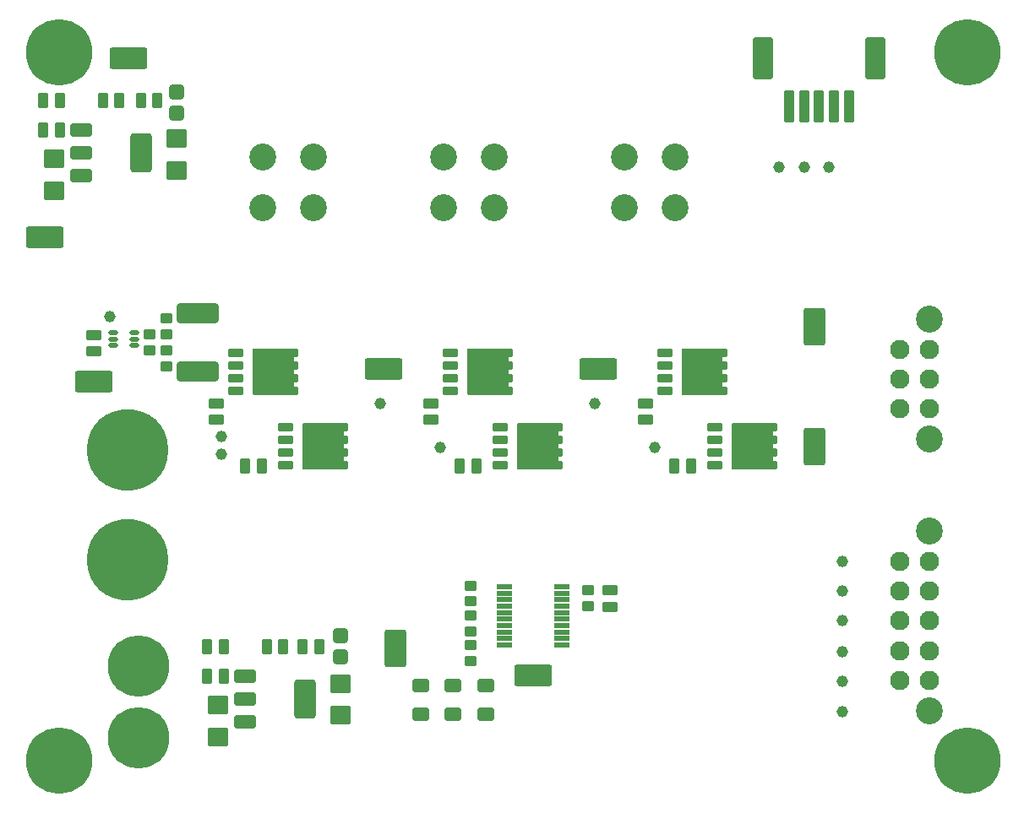
<source format=gts>
G04*
G04 #@! TF.GenerationSoftware,Altium Limited,Altium Designer,23.3.1 (30)*
G04*
G04 Layer_Color=8388736*
%FSLAX25Y25*%
%MOIN*%
G70*
G04*
G04 #@! TF.SameCoordinates,6A428117-56C8-45C2-912A-06D29EFC6305*
G04*
G04*
G04 #@! TF.FilePolarity,Negative*
G04*
G01*
G75*
G04:AMPARAMS|DCode=37|XSize=53.15mil|YSize=64.96mil|CornerRadius=6.5mil|HoleSize=0mil|Usage=FLASHONLY|Rotation=270.000|XOffset=0mil|YOffset=0mil|HoleType=Round|Shape=RoundedRectangle|*
%AMROUNDEDRECTD37*
21,1,0.05315,0.05197,0,0,270.0*
21,1,0.04016,0.06496,0,0,270.0*
1,1,0.01299,-0.02598,-0.02008*
1,1,0.01299,-0.02598,0.02008*
1,1,0.01299,0.02598,0.02008*
1,1,0.01299,0.02598,-0.02008*
%
%ADD37ROUNDEDRECTD37*%
G04:AMPARAMS|DCode=38|XSize=49.21mil|YSize=41.34mil|CornerRadius=5.61mil|HoleSize=0mil|Usage=FLASHONLY|Rotation=180.000|XOffset=0mil|YOffset=0mil|HoleType=Round|Shape=RoundedRectangle|*
%AMROUNDEDRECTD38*
21,1,0.04921,0.03012,0,0,180.0*
21,1,0.03799,0.04134,0,0,180.0*
1,1,0.01122,-0.01900,0.01506*
1,1,0.01122,0.01900,0.01506*
1,1,0.01122,0.01900,-0.01506*
1,1,0.01122,-0.01900,-0.01506*
%
%ADD38ROUNDEDRECTD38*%
G04:AMPARAMS|DCode=39|XSize=49.21mil|YSize=41.34mil|CornerRadius=6.5mil|HoleSize=0mil|Usage=FLASHONLY|Rotation=0.000|XOffset=0mil|YOffset=0mil|HoleType=Round|Shape=RoundedRectangle|*
%AMROUNDEDRECTD39*
21,1,0.04921,0.02835,0,0,0.0*
21,1,0.03622,0.04134,0,0,0.0*
1,1,0.01299,0.01811,-0.01417*
1,1,0.01299,-0.01811,-0.01417*
1,1,0.01299,-0.01811,0.01417*
1,1,0.01299,0.01811,0.01417*
%
%ADD39ROUNDEDRECTD39*%
G04:AMPARAMS|DCode=40|XSize=76.77mil|YSize=163.39mil|CornerRadius=10.04mil|HoleSize=0mil|Usage=FLASHONLY|Rotation=270.000|XOffset=0mil|YOffset=0mil|HoleType=Round|Shape=RoundedRectangle|*
%AMROUNDEDRECTD40*
21,1,0.07677,0.14331,0,0,270.0*
21,1,0.05669,0.16339,0,0,270.0*
1,1,0.02008,-0.07165,-0.02835*
1,1,0.02008,-0.07165,0.02835*
1,1,0.02008,0.07165,0.02835*
1,1,0.02008,0.07165,-0.02835*
%
%ADD40ROUNDEDRECTD40*%
G04:AMPARAMS|DCode=41|XSize=147.64mil|YSize=84.65mil|CornerRadius=8.86mil|HoleSize=0mil|Usage=FLASHONLY|Rotation=180.000|XOffset=0mil|YOffset=0mil|HoleType=Round|Shape=RoundedRectangle|*
%AMROUNDEDRECTD41*
21,1,0.14764,0.06693,0,0,180.0*
21,1,0.12992,0.08465,0,0,180.0*
1,1,0.01772,-0.06496,0.03347*
1,1,0.01772,0.06496,0.03347*
1,1,0.01772,0.06496,-0.03347*
1,1,0.01772,-0.06496,-0.03347*
%
%ADD41ROUNDEDRECTD41*%
%ADD42C,0.04528*%
G04:AMPARAMS|DCode=43|XSize=53.15mil|YSize=84.65mil|CornerRadius=8.86mil|HoleSize=0mil|Usage=FLASHONLY|Rotation=90.000|XOffset=0mil|YOffset=0mil|HoleType=Round|Shape=RoundedRectangle|*
%AMROUNDEDRECTD43*
21,1,0.05315,0.06693,0,0,90.0*
21,1,0.03543,0.08465,0,0,90.0*
1,1,0.01772,0.03347,0.01772*
1,1,0.01772,0.03347,-0.01772*
1,1,0.01772,-0.03347,-0.01772*
1,1,0.01772,-0.03347,0.01772*
%
%ADD43ROUNDEDRECTD43*%
G04:AMPARAMS|DCode=44|XSize=155.51mil|YSize=84.65mil|CornerRadius=12.8mil|HoleSize=0mil|Usage=FLASHONLY|Rotation=90.000|XOffset=0mil|YOffset=0mil|HoleType=Round|Shape=RoundedRectangle|*
%AMROUNDEDRECTD44*
21,1,0.15551,0.05906,0,0,90.0*
21,1,0.12992,0.08465,0,0,90.0*
1,1,0.02559,0.02953,0.06496*
1,1,0.02559,0.02953,-0.06496*
1,1,0.02559,-0.02953,-0.06496*
1,1,0.02559,-0.02953,0.06496*
%
%ADD44ROUNDEDRECTD44*%
G04:AMPARAMS|DCode=45|XSize=37.4mil|YSize=17.72mil|CornerRadius=5.41mil|HoleSize=0mil|Usage=FLASHONLY|Rotation=0.000|XOffset=0mil|YOffset=0mil|HoleType=Round|Shape=RoundedRectangle|*
%AMROUNDEDRECTD45*
21,1,0.03740,0.00689,0,0,0.0*
21,1,0.02657,0.01772,0,0,0.0*
1,1,0.01083,0.01329,-0.00345*
1,1,0.01083,-0.01329,-0.00345*
1,1,0.01083,-0.01329,0.00345*
1,1,0.01083,0.01329,0.00345*
%
%ADD45ROUNDEDRECTD45*%
G04:AMPARAMS|DCode=46|XSize=33.86mil|YSize=29.13mil|CornerRadius=5.86mil|HoleSize=0mil|Usage=FLASHONLY|Rotation=90.000|XOffset=0mil|YOffset=0mil|HoleType=Round|Shape=RoundedRectangle|*
%AMROUNDEDRECTD46*
21,1,0.03386,0.01742,0,0,90.0*
21,1,0.02215,0.02913,0,0,90.0*
1,1,0.01171,0.00871,0.01107*
1,1,0.01171,0.00871,-0.01107*
1,1,0.01171,-0.00871,-0.01107*
1,1,0.01171,-0.00871,0.01107*
%
%ADD46ROUNDEDRECTD46*%
G04:AMPARAMS|DCode=47|XSize=33.86mil|YSize=59.92mil|CornerRadius=6.45mil|HoleSize=0mil|Usage=FLASHONLY|Rotation=270.000|XOffset=0mil|YOffset=0mil|HoleType=Round|Shape=RoundedRectangle|*
%AMROUNDEDRECTD47*
21,1,0.03386,0.04703,0,0,270.0*
21,1,0.02097,0.05992,0,0,270.0*
1,1,0.01289,-0.02351,-0.01048*
1,1,0.01289,-0.02351,0.01048*
1,1,0.01289,0.02351,0.01048*
1,1,0.01289,0.02351,-0.01048*
%
%ADD47ROUNDEDRECTD47*%
G04:AMPARAMS|DCode=48|XSize=147.64mil|YSize=84.65mil|CornerRadius=8.86mil|HoleSize=0mil|Usage=FLASHONLY|Rotation=90.000|XOffset=0mil|YOffset=0mil|HoleType=Round|Shape=RoundedRectangle|*
%AMROUNDEDRECTD48*
21,1,0.14764,0.06693,0,0,90.0*
21,1,0.12992,0.08465,0,0,90.0*
1,1,0.01772,0.03347,0.06496*
1,1,0.01772,0.03347,-0.06496*
1,1,0.01772,-0.03347,-0.06496*
1,1,0.01772,-0.03347,0.06496*
%
%ADD48ROUNDEDRECTD48*%
G04:AMPARAMS|DCode=49|XSize=61.02mil|YSize=41.34mil|CornerRadius=5.61mil|HoleSize=0mil|Usage=FLASHONLY|Rotation=180.000|XOffset=0mil|YOffset=0mil|HoleType=Round|Shape=RoundedRectangle|*
%AMROUNDEDRECTD49*
21,1,0.06102,0.03012,0,0,180.0*
21,1,0.04980,0.04134,0,0,180.0*
1,1,0.01122,-0.02490,0.01506*
1,1,0.01122,0.02490,0.01506*
1,1,0.01122,0.02490,-0.01506*
1,1,0.01122,-0.02490,-0.01506*
%
%ADD49ROUNDEDRECTD49*%
G04:AMPARAMS|DCode=50|XSize=61.02mil|YSize=41.34mil|CornerRadius=5.61mil|HoleSize=0mil|Usage=FLASHONLY|Rotation=270.000|XOffset=0mil|YOffset=0mil|HoleType=Round|Shape=RoundedRectangle|*
%AMROUNDEDRECTD50*
21,1,0.06102,0.03012,0,0,270.0*
21,1,0.04980,0.04134,0,0,270.0*
1,1,0.01122,-0.01506,-0.02490*
1,1,0.01122,-0.01506,0.02490*
1,1,0.01122,0.01506,0.02490*
1,1,0.01122,0.01506,-0.02490*
%
%ADD50ROUNDEDRECTD50*%
G04:AMPARAMS|DCode=51|XSize=57.09mil|YSize=57.09mil|CornerRadius=8.07mil|HoleSize=0mil|Usage=FLASHONLY|Rotation=270.000|XOffset=0mil|YOffset=0mil|HoleType=Round|Shape=RoundedRectangle|*
%AMROUNDEDRECTD51*
21,1,0.05709,0.04095,0,0,270.0*
21,1,0.04095,0.05709,0,0,270.0*
1,1,0.01614,-0.02047,-0.02047*
1,1,0.01614,-0.02047,0.02047*
1,1,0.01614,0.02047,0.02047*
1,1,0.01614,0.02047,-0.02047*
%
%ADD51ROUNDEDRECTD51*%
G04:AMPARAMS|DCode=52|XSize=80.71mil|YSize=163.39mil|CornerRadius=8.56mil|HoleSize=0mil|Usage=FLASHONLY|Rotation=0.000|XOffset=0mil|YOffset=0mil|HoleType=Round|Shape=RoundedRectangle|*
%AMROUNDEDRECTD52*
21,1,0.08071,0.14626,0,0,0.0*
21,1,0.06358,0.16339,0,0,0.0*
1,1,0.01713,0.03179,-0.07313*
1,1,0.01713,-0.03179,-0.07313*
1,1,0.01713,-0.03179,0.07313*
1,1,0.01713,0.03179,0.07313*
%
%ADD52ROUNDEDRECTD52*%
G04:AMPARAMS|DCode=53|XSize=41.34mil|YSize=124.02mil|CornerRadius=5.61mil|HoleSize=0mil|Usage=FLASHONLY|Rotation=0.000|XOffset=0mil|YOffset=0mil|HoleType=Round|Shape=RoundedRectangle|*
%AMROUNDEDRECTD53*
21,1,0.04134,0.11280,0,0,0.0*
21,1,0.03012,0.12402,0,0,0.0*
1,1,0.01122,0.01506,-0.05640*
1,1,0.01122,-0.01506,-0.05640*
1,1,0.01122,-0.01506,0.05640*
1,1,0.01122,0.01506,0.05640*
%
%ADD53ROUNDEDRECTD53*%
G04:AMPARAMS|DCode=54|XSize=80.71mil|YSize=74.8mil|CornerRadius=9.84mil|HoleSize=0mil|Usage=FLASHONLY|Rotation=0.000|XOffset=0mil|YOffset=0mil|HoleType=Round|Shape=RoundedRectangle|*
%AMROUNDEDRECTD54*
21,1,0.08071,0.05512,0,0,0.0*
21,1,0.06102,0.07480,0,0,0.0*
1,1,0.01968,0.03051,-0.02756*
1,1,0.01968,-0.03051,-0.02756*
1,1,0.01968,-0.03051,0.02756*
1,1,0.01968,0.03051,0.02756*
%
%ADD54ROUNDEDRECTD54*%
G04:AMPARAMS|DCode=55|XSize=62.99mil|YSize=21.65mil|CornerRadius=4.18mil|HoleSize=0mil|Usage=FLASHONLY|Rotation=180.000|XOffset=0mil|YOffset=0mil|HoleType=Round|Shape=RoundedRectangle|*
%AMROUNDEDRECTD55*
21,1,0.06299,0.01329,0,0,180.0*
21,1,0.05463,0.02165,0,0,180.0*
1,1,0.00837,-0.02731,0.00664*
1,1,0.00837,0.02731,0.00664*
1,1,0.00837,0.02731,-0.00664*
1,1,0.00837,-0.02731,-0.00664*
%
%ADD55ROUNDEDRECTD55*%
%ADD56C,0.24213*%
%ADD57C,0.26181*%
%ADD58C,0.32087*%
%ADD59C,0.10630*%
%ADD60C,0.07677*%
%ADD61C,0.10630*%
G36*
X110086Y180450D02*
X110131Y180439D01*
X110174Y180421D01*
X110213Y180397D01*
X110249Y180367D01*
X110279Y180332D01*
X110303Y180292D01*
X110321Y180249D01*
X110332Y180204D01*
X110336Y180157D01*
Y162362D01*
X110332Y162316D01*
X110321Y162271D01*
X110303Y162228D01*
X110279Y162188D01*
X110249Y162153D01*
X110213Y162123D01*
X110174Y162098D01*
X110131Y162081D01*
X110086Y162070D01*
X110039Y162066D01*
X94551D01*
X94505Y162070D01*
X94460Y162081D01*
X94417Y162098D01*
X94377Y162123D01*
X94342Y162153D01*
X94312Y162188D01*
X94287Y162228D01*
X94270Y162271D01*
X94259Y162316D01*
X94255Y162362D01*
Y180157D01*
X94259Y180204D01*
X94270Y180249D01*
X94287Y180292D01*
X94312Y180332D01*
X94342Y180367D01*
X94377Y180397D01*
X94417Y180421D01*
X94460Y180439D01*
X94505Y180450D01*
X94551Y180454D01*
X110039D01*
X110086Y180450D01*
D02*
G37*
G36*
X129771Y150923D02*
X129816Y150912D01*
X129859Y150894D01*
X129899Y150870D01*
X129934Y150839D01*
X129964Y150804D01*
X129988Y150764D01*
X130006Y150722D01*
X130017Y150676D01*
X130021Y150630D01*
Y132835D01*
X130017Y132788D01*
X130006Y132743D01*
X129988Y132700D01*
X129964Y132660D01*
X129934Y132625D01*
X129899Y132595D01*
X129859Y132571D01*
X129816Y132553D01*
X129771Y132542D01*
X129725Y132538D01*
X114236D01*
X114190Y132542D01*
X114145Y132553D01*
X114102Y132571D01*
X114062Y132595D01*
X114027Y132625D01*
X113997Y132660D01*
X113972Y132700D01*
X113955Y132743D01*
X113944Y132788D01*
X113940Y132835D01*
Y150630D01*
X113944Y150676D01*
X113955Y150722D01*
X113972Y150764D01*
X113997Y150804D01*
X114027Y150839D01*
X114062Y150870D01*
X114102Y150894D01*
X114145Y150912D01*
X114190Y150923D01*
X114236Y150926D01*
X129725D01*
X129771Y150923D01*
D02*
G37*
G36*
X194731Y180450D02*
X194777Y180439D01*
X194820Y180421D01*
X194859Y180397D01*
X194895Y180367D01*
X194925Y180332D01*
X194949Y180292D01*
X194967Y180249D01*
X194978Y180204D01*
X194981Y180157D01*
Y162362D01*
X194978Y162316D01*
X194967Y162271D01*
X194949Y162228D01*
X194925Y162188D01*
X194895Y162153D01*
X194859Y162123D01*
X194820Y162098D01*
X194777Y162081D01*
X194731Y162070D01*
X194685Y162066D01*
X179197D01*
X179151Y162070D01*
X179105Y162081D01*
X179062Y162098D01*
X179023Y162123D01*
X178988Y162153D01*
X178957Y162188D01*
X178933Y162228D01*
X178915Y162271D01*
X178904Y162316D01*
X178901Y162362D01*
Y180157D01*
X178904Y180204D01*
X178915Y180249D01*
X178933Y180292D01*
X178957Y180332D01*
X178988Y180367D01*
X179023Y180397D01*
X179062Y180421D01*
X179105Y180439D01*
X179151Y180450D01*
X179197Y180454D01*
X194685D01*
X194731Y180450D01*
D02*
G37*
G36*
X214417Y150923D02*
X214462Y150912D01*
X214505Y150894D01*
X214544Y150870D01*
X214580Y150839D01*
X214610Y150804D01*
X214634Y150764D01*
X214652Y150722D01*
X214663Y150676D01*
X214666Y150630D01*
Y132835D01*
X214663Y132788D01*
X214652Y132743D01*
X214634Y132700D01*
X214610Y132660D01*
X214580Y132625D01*
X214544Y132595D01*
X214505Y132571D01*
X214462Y132553D01*
X214417Y132542D01*
X214370Y132538D01*
X198882D01*
X198836Y132542D01*
X198790Y132553D01*
X198748Y132571D01*
X198708Y132595D01*
X198672Y132625D01*
X198642Y132660D01*
X198618Y132700D01*
X198600Y132743D01*
X198589Y132788D01*
X198586Y132835D01*
Y150630D01*
X198589Y150676D01*
X198600Y150722D01*
X198618Y150764D01*
X198642Y150804D01*
X198672Y150839D01*
X198708Y150870D01*
X198748Y150894D01*
X198790Y150912D01*
X198836Y150923D01*
X198882Y150926D01*
X214370D01*
X214417Y150923D01*
D02*
G37*
G36*
X279377Y180450D02*
X279422Y180439D01*
X279465Y180421D01*
X279505Y180397D01*
X279540Y180367D01*
X279570Y180332D01*
X279595Y180292D01*
X279612Y180249D01*
X279623Y180204D01*
X279627Y180157D01*
Y162362D01*
X279623Y162316D01*
X279612Y162271D01*
X279595Y162228D01*
X279570Y162188D01*
X279540Y162153D01*
X279505Y162123D01*
X279465Y162098D01*
X279422Y162081D01*
X279377Y162070D01*
X279331Y162066D01*
X263843D01*
X263796Y162070D01*
X263751Y162081D01*
X263708Y162098D01*
X263668Y162123D01*
X263633Y162153D01*
X263603Y162188D01*
X263579Y162228D01*
X263561Y162271D01*
X263550Y162316D01*
X263546Y162362D01*
Y180157D01*
X263550Y180204D01*
X263561Y180249D01*
X263579Y180292D01*
X263603Y180332D01*
X263633Y180367D01*
X263668Y180397D01*
X263708Y180421D01*
X263751Y180439D01*
X263796Y180450D01*
X263843Y180454D01*
X279331D01*
X279377Y180450D01*
D02*
G37*
G36*
X299062Y150923D02*
X299107Y150912D01*
X299150Y150894D01*
X299190Y150870D01*
X299225Y150839D01*
X299255Y150804D01*
X299280Y150764D01*
X299297Y150722D01*
X299308Y150676D01*
X299312Y150630D01*
Y132835D01*
X299308Y132788D01*
X299297Y132743D01*
X299280Y132700D01*
X299255Y132660D01*
X299225Y132625D01*
X299190Y132595D01*
X299150Y132571D01*
X299107Y132553D01*
X299062Y132542D01*
X299016Y132538D01*
X283528D01*
X283481Y132542D01*
X283436Y132553D01*
X283393Y132571D01*
X283353Y132595D01*
X283318Y132625D01*
X283288Y132660D01*
X283264Y132700D01*
X283246Y132743D01*
X283235Y132788D01*
X283231Y132835D01*
Y150630D01*
X283235Y150676D01*
X283246Y150722D01*
X283264Y150764D01*
X283288Y150804D01*
X283318Y150839D01*
X283353Y150870D01*
X283393Y150894D01*
X283436Y150912D01*
X283481Y150923D01*
X283528Y150926D01*
X299016D01*
X299062Y150923D01*
D02*
G37*
D37*
X160433Y47244D02*
D03*
Y35827D02*
D03*
X173228Y47244D02*
D03*
Y35827D02*
D03*
X186024Y47244D02*
D03*
Y35827D02*
D03*
D38*
X60236Y192244D02*
D03*
Y185945D02*
D03*
Y173228D02*
D03*
Y179527D02*
D03*
D39*
X53543Y179587D02*
D03*
Y185886D02*
D03*
X226378Y78543D02*
D03*
Y84842D02*
D03*
X180118Y80512D02*
D03*
Y86811D02*
D03*
Y68701D02*
D03*
Y75000D02*
D03*
Y56890D02*
D03*
Y63189D02*
D03*
D40*
X72579Y194291D02*
D03*
Y171181D02*
D03*
D41*
X230315Y172244D02*
D03*
X145669D02*
D03*
X45276Y294882D02*
D03*
X204724Y51181D02*
D03*
X12205Y224410D02*
D03*
X31496Y167323D02*
D03*
D42*
X37795Y192913D02*
D03*
X168110Y141425D02*
D03*
X144488Y158760D02*
D03*
X229134D02*
D03*
X81693Y138779D02*
D03*
Y145669D02*
D03*
X321555Y251969D02*
D03*
X311713D02*
D03*
X301870D02*
D03*
X326969Y60630D02*
D03*
Y72835D02*
D03*
Y48819D02*
D03*
Y37008D02*
D03*
Y84646D02*
D03*
Y96457D02*
D03*
X252756Y141425D02*
D03*
D43*
X91248Y51073D02*
D03*
Y42018D02*
D03*
Y32963D02*
D03*
X26577Y266665D02*
D03*
Y257610D02*
D03*
Y248555D02*
D03*
D44*
X114673Y42018D02*
D03*
X50002Y257610D02*
D03*
D45*
X47638Y186614D02*
D03*
Y184055D02*
D03*
Y181496D02*
D03*
X38976D02*
D03*
Y184055D02*
D03*
Y186614D02*
D03*
D46*
X280161Y178760D02*
D03*
Y173760D02*
D03*
Y168760D02*
D03*
Y163760D02*
D03*
X299847Y149232D02*
D03*
Y144232D02*
D03*
Y139232D02*
D03*
Y134232D02*
D03*
X195516Y178760D02*
D03*
Y173760D02*
D03*
Y168760D02*
D03*
Y163760D02*
D03*
X215201Y149232D02*
D03*
Y144232D02*
D03*
Y139232D02*
D03*
Y134232D02*
D03*
X110870Y178760D02*
D03*
Y173760D02*
D03*
Y168760D02*
D03*
Y163760D02*
D03*
X130555Y149232D02*
D03*
Y144232D02*
D03*
Y139232D02*
D03*
Y134232D02*
D03*
D47*
X256811Y178760D02*
D03*
Y173760D02*
D03*
Y163760D02*
D03*
Y168760D02*
D03*
X276496Y149232D02*
D03*
Y144232D02*
D03*
Y134232D02*
D03*
Y139232D02*
D03*
X172165Y178760D02*
D03*
Y173760D02*
D03*
Y163760D02*
D03*
Y168760D02*
D03*
X191850Y149232D02*
D03*
Y144232D02*
D03*
Y134232D02*
D03*
Y139232D02*
D03*
X87520Y178760D02*
D03*
Y173760D02*
D03*
Y163760D02*
D03*
Y168760D02*
D03*
X107205Y149232D02*
D03*
Y144232D02*
D03*
Y134232D02*
D03*
Y139232D02*
D03*
D48*
X315945Y188976D02*
D03*
X150591Y61848D02*
D03*
X315945Y141732D02*
D03*
D49*
X249016Y158760D02*
D03*
Y152264D02*
D03*
X164370Y158760D02*
D03*
Y152264D02*
D03*
X79724Y158760D02*
D03*
Y152264D02*
D03*
X31496Y179232D02*
D03*
Y185728D02*
D03*
X235236Y84941D02*
D03*
Y78445D02*
D03*
D50*
X113888Y62687D02*
D03*
X120384D02*
D03*
X50002Y278280D02*
D03*
X56498D02*
D03*
X82785Y51073D02*
D03*
X76289D02*
D03*
X18014Y266665D02*
D03*
X11518D02*
D03*
X106209Y62687D02*
D03*
X99713D02*
D03*
X41538Y278280D02*
D03*
X35041D02*
D03*
X267028Y133858D02*
D03*
X260531D02*
D03*
X182382D02*
D03*
X175886D02*
D03*
X97736D02*
D03*
X91240D02*
D03*
X76289Y62687D02*
D03*
X82785D02*
D03*
X11518Y278280D02*
D03*
X18014D02*
D03*
D51*
X128750Y66888D02*
D03*
Y58620D02*
D03*
X63976Y281693D02*
D03*
Y273425D02*
D03*
D52*
X339961Y294841D02*
D03*
X295472D02*
D03*
D53*
X317618Y275865D02*
D03*
X329429D02*
D03*
X311713D02*
D03*
X305807D02*
D03*
X323524D02*
D03*
D54*
X128750Y35522D02*
D03*
Y48120D02*
D03*
X63976Y250590D02*
D03*
Y263189D02*
D03*
X80522Y27124D02*
D03*
Y39722D02*
D03*
X15748Y242717D02*
D03*
Y255315D02*
D03*
D55*
X216142Y76083D02*
D03*
Y78642D02*
D03*
Y70964D02*
D03*
Y73524D02*
D03*
Y86319D02*
D03*
Y81201D02*
D03*
Y83760D02*
D03*
Y65846D02*
D03*
Y68405D02*
D03*
Y63287D02*
D03*
X193307Y76083D02*
D03*
Y73524D02*
D03*
Y83760D02*
D03*
Y86319D02*
D03*
Y78642D02*
D03*
Y81201D02*
D03*
Y65846D02*
D03*
Y63287D02*
D03*
Y70964D02*
D03*
Y68405D02*
D03*
D56*
X49213Y26772D02*
D03*
Y55118D02*
D03*
D57*
X375984Y17717D02*
D03*
X17717D02*
D03*
X17717Y297244D02*
D03*
X375984D02*
D03*
D58*
X44685Y140157D02*
D03*
Y96850D02*
D03*
D59*
X361221Y144685D02*
D03*
Y191929D02*
D03*
Y108268D02*
D03*
Y37402D02*
D03*
D60*
Y156496D02*
D03*
Y168307D02*
D03*
Y180118D02*
D03*
X349410Y156496D02*
D03*
Y168307D02*
D03*
Y180118D02*
D03*
Y96457D02*
D03*
Y84646D02*
D03*
Y72835D02*
D03*
Y61024D02*
D03*
Y49213D02*
D03*
X361221Y96457D02*
D03*
Y84646D02*
D03*
Y72835D02*
D03*
Y61024D02*
D03*
Y49213D02*
D03*
D61*
X240748Y235827D02*
D03*
Y255906D02*
D03*
X260827Y235827D02*
D03*
Y255906D02*
D03*
X189469D02*
D03*
Y235827D02*
D03*
X169390Y255906D02*
D03*
Y235827D02*
D03*
X98032D02*
D03*
Y255906D02*
D03*
X118110Y235827D02*
D03*
Y255906D02*
D03*
M02*

</source>
